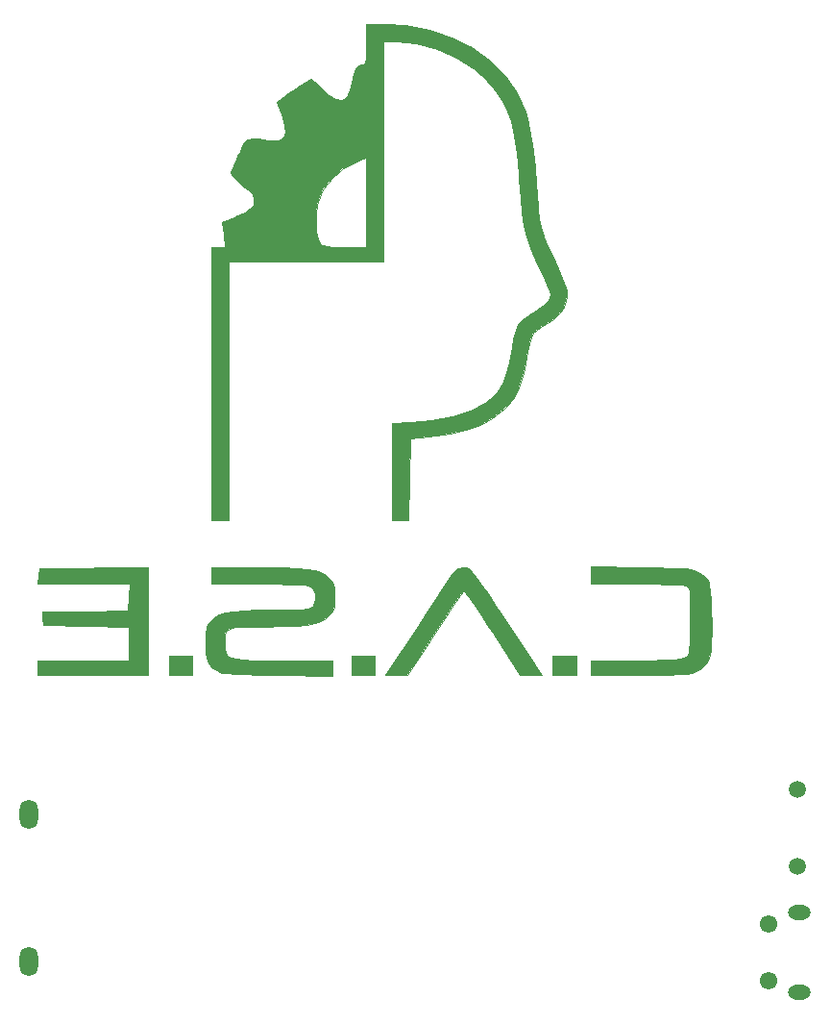
<source format=gbs>
%TF.GenerationSoftware,KiCad,Pcbnew,(5.1.6)-1*%
%TF.CreationDate,2020-12-04T21:40:30+01:00*%
%TF.ProjectId,case_julgran_LED,63617365-5f6a-4756-9c67-72616e5f4c45,rev?*%
%TF.SameCoordinates,Original*%
%TF.FileFunction,Soldermask,Bot*%
%TF.FilePolarity,Negative*%
%FSLAX46Y46*%
G04 Gerber Fmt 4.6, Leading zero omitted, Abs format (unit mm)*
G04 Created by KiCad (PCBNEW (5.1.6)-1) date 2020-12-04 21:40:30*
%MOMM*%
%LPD*%
G01*
G04 APERTURE LIST*
%ADD10C,0.010000*%
%ADD11O,1.624000X2.600000*%
%ADD12C,1.550000*%
%ADD13O,2.000000X1.300000*%
%ADD14C,1.500000*%
G04 APERTURE END LIST*
D10*
%TO.C,G\u002A\u002A\u002A*%
G36*
X93850000Y-82557353D02*
G01*
X98029337Y-82557353D01*
X99445687Y-82561773D01*
X100530650Y-82576684D01*
X101326281Y-82604560D01*
X101874637Y-82647877D01*
X102217773Y-82709110D01*
X102397746Y-82790734D01*
X102423289Y-82815946D01*
X102516671Y-83110985D01*
X102574164Y-83736629D01*
X102596502Y-84706981D01*
X102586230Y-85938983D01*
X102564874Y-87029334D01*
X102539871Y-87805846D01*
X102501247Y-88328155D01*
X102439027Y-88655897D01*
X102343235Y-88848710D01*
X102203898Y-88966228D01*
X102067647Y-89039401D01*
X101741994Y-89130142D01*
X101152935Y-89197833D01*
X100272197Y-89244029D01*
X99071510Y-89270284D01*
X97725367Y-89278129D01*
X93850000Y-89280882D01*
X93850000Y-90588235D01*
X98005515Y-90580037D01*
X99531736Y-90569833D01*
X100727367Y-90544362D01*
X101635125Y-90501246D01*
X102297728Y-90438105D01*
X102757893Y-90352558D01*
X102908088Y-90306906D01*
X103612433Y-89960531D01*
X104065184Y-89468070D01*
X104328395Y-88744321D01*
X104411702Y-88242347D01*
X104455820Y-87643789D01*
X104474497Y-86830472D01*
X104470490Y-85889119D01*
X104446552Y-84906451D01*
X104405441Y-83969192D01*
X104349912Y-83164062D01*
X104282720Y-82577785D01*
X104223761Y-82327676D01*
X103983717Y-82029481D01*
X103554395Y-81680312D01*
X103403160Y-81580617D01*
X103170154Y-81446166D01*
X102924016Y-81342486D01*
X102613279Y-81264647D01*
X102186478Y-81207720D01*
X101592148Y-81166776D01*
X100778823Y-81136887D01*
X99695037Y-81113124D01*
X98289325Y-81090557D01*
X98285662Y-81090502D01*
X93850000Y-81024388D01*
X93850000Y-82557353D01*
G37*
X93850000Y-82557353D02*
X98029337Y-82557353D01*
X99445687Y-82561773D01*
X100530650Y-82576684D01*
X101326281Y-82604560D01*
X101874637Y-82647877D01*
X102217773Y-82709110D01*
X102397746Y-82790734D01*
X102423289Y-82815946D01*
X102516671Y-83110985D01*
X102574164Y-83736629D01*
X102596502Y-84706981D01*
X102586230Y-85938983D01*
X102564874Y-87029334D01*
X102539871Y-87805846D01*
X102501247Y-88328155D01*
X102439027Y-88655897D01*
X102343235Y-88848710D01*
X102203898Y-88966228D01*
X102067647Y-89039401D01*
X101741994Y-89130142D01*
X101152935Y-89197833D01*
X100272197Y-89244029D01*
X99071510Y-89270284D01*
X97725367Y-89278129D01*
X93850000Y-89280882D01*
X93850000Y-90588235D01*
X98005515Y-90580037D01*
X99531736Y-90569833D01*
X100727367Y-90544362D01*
X101635125Y-90501246D01*
X102297728Y-90438105D01*
X102757893Y-90352558D01*
X102908088Y-90306906D01*
X103612433Y-89960531D01*
X104065184Y-89468070D01*
X104328395Y-88744321D01*
X104411702Y-88242347D01*
X104455820Y-87643789D01*
X104474497Y-86830472D01*
X104470490Y-85889119D01*
X104446552Y-84906451D01*
X104405441Y-83969192D01*
X104349912Y-83164062D01*
X104282720Y-82577785D01*
X104223761Y-82327676D01*
X103983717Y-82029481D01*
X103554395Y-81680312D01*
X103403160Y-81580617D01*
X103170154Y-81446166D01*
X102924016Y-81342486D01*
X102613279Y-81264647D01*
X102186478Y-81207720D01*
X101592148Y-81166776D01*
X100778823Y-81136887D01*
X99695037Y-81113124D01*
X98289325Y-81090557D01*
X98285662Y-81090502D01*
X93850000Y-81024388D01*
X93850000Y-82557353D01*
G36*
X90488235Y-90588235D02*
G01*
X92542647Y-90588235D01*
X92542647Y-88907353D01*
X90488235Y-88907353D01*
X90488235Y-90588235D01*
G37*
X90488235Y-90588235D02*
X92542647Y-90588235D01*
X92542647Y-88907353D01*
X90488235Y-88907353D01*
X90488235Y-90588235D01*
G36*
X82175071Y-81174666D02*
G01*
X81852043Y-81390073D01*
X81676974Y-81627182D01*
X81326942Y-82133876D01*
X80831029Y-82866864D01*
X80218316Y-83782859D01*
X79517885Y-84838571D01*
X78758819Y-85990710D01*
X78652587Y-86152573D01*
X75742805Y-90588235D01*
X76718829Y-90587872D01*
X77694853Y-90587508D01*
X80091304Y-86852577D01*
X80768532Y-85804985D01*
X81382040Y-84870956D01*
X81902538Y-84093865D01*
X82300735Y-83517089D01*
X82547342Y-83184005D01*
X82612628Y-83118725D01*
X82744907Y-83269064D01*
X83049330Y-83690648D01*
X83496440Y-84340267D01*
X84056777Y-85174712D01*
X84700884Y-86150773D01*
X85159168Y-86854019D01*
X87580837Y-90588235D01*
X89558006Y-90588235D01*
X86379412Y-85825735D01*
X85476451Y-84476378D01*
X84753339Y-83407166D01*
X84185027Y-82585929D01*
X83746466Y-81980495D01*
X83412607Y-81558695D01*
X83158402Y-81288355D01*
X82958803Y-81137307D01*
X82788760Y-81073379D01*
X82671266Y-81063235D01*
X82175071Y-81174666D01*
G37*
X82175071Y-81174666D02*
X81852043Y-81390073D01*
X81676974Y-81627182D01*
X81326942Y-82133876D01*
X80831029Y-82866864D01*
X80218316Y-83782859D01*
X79517885Y-84838571D01*
X78758819Y-85990710D01*
X78652587Y-86152573D01*
X75742805Y-90588235D01*
X76718829Y-90587872D01*
X77694853Y-90587508D01*
X80091304Y-86852577D01*
X80768532Y-85804985D01*
X81382040Y-84870956D01*
X81902538Y-84093865D01*
X82300735Y-83517089D01*
X82547342Y-83184005D01*
X82612628Y-83118725D01*
X82744907Y-83269064D01*
X83049330Y-83690648D01*
X83496440Y-84340267D01*
X84056777Y-85174712D01*
X84700884Y-86150773D01*
X85159168Y-86854019D01*
X87580837Y-90588235D01*
X89558006Y-90588235D01*
X86379412Y-85825735D01*
X85476451Y-84476378D01*
X84753339Y-83407166D01*
X84185027Y-82585929D01*
X83746466Y-81980495D01*
X83412607Y-81558695D01*
X83158402Y-81288355D01*
X82958803Y-81137307D01*
X82788760Y-81073379D01*
X82671266Y-81063235D01*
X82175071Y-81174666D01*
G36*
X72745588Y-90588235D02*
G01*
X74800000Y-90588235D01*
X74800000Y-88907353D01*
X72745588Y-88907353D01*
X72745588Y-90588235D01*
G37*
X72745588Y-90588235D02*
X74800000Y-90588235D01*
X74800000Y-88907353D01*
X72745588Y-88907353D01*
X72745588Y-90588235D01*
G36*
X60419117Y-82557353D02*
G01*
X64701365Y-82557353D01*
X66107118Y-82560605D01*
X67185623Y-82572340D01*
X67983124Y-82595524D01*
X68545861Y-82633121D01*
X68920076Y-82688099D01*
X69152012Y-82763424D01*
X69277101Y-82850840D01*
X69525363Y-83335474D01*
X69538640Y-83957134D01*
X69377252Y-84437278D01*
X69281605Y-84570091D01*
X69121729Y-84665776D01*
X68841955Y-84730361D01*
X68386616Y-84769874D01*
X67700043Y-84790342D01*
X66726566Y-84797795D01*
X66040979Y-84798529D01*
X64485841Y-84811343D01*
X63255648Y-84855055D01*
X62302527Y-84937568D01*
X61578601Y-85066787D01*
X61035996Y-85250616D01*
X60626837Y-85496959D01*
X60372426Y-85734405D01*
X60094293Y-86082737D01*
X59939089Y-86439962D01*
X59872179Y-86931497D01*
X59858823Y-87594158D01*
X59912197Y-88610786D01*
X60091141Y-89338647D01*
X60423891Y-89849601D01*
X60875698Y-90182021D01*
X61103770Y-90280617D01*
X61417445Y-90358478D01*
X61863001Y-90418795D01*
X62486715Y-90464761D01*
X63334863Y-90499565D01*
X64453725Y-90526401D01*
X65889577Y-90548458D01*
X66255515Y-90553022D01*
X71064706Y-90611191D01*
X71064706Y-89280882D01*
X66815809Y-89278129D01*
X65295531Y-89273989D01*
X64107043Y-89256608D01*
X63208610Y-89215237D01*
X62558500Y-89139129D01*
X62114981Y-89017534D01*
X61836320Y-88839706D01*
X61680785Y-88594896D01*
X61606642Y-88272355D01*
X61576423Y-87928742D01*
X61548306Y-87364364D01*
X61579230Y-86947467D01*
X61716876Y-86655715D01*
X62008929Y-86466774D01*
X62503070Y-86358308D01*
X63246983Y-86307982D01*
X64288350Y-86293463D01*
X65069315Y-86292647D01*
X66624453Y-86279833D01*
X67854646Y-86236121D01*
X68807767Y-86153608D01*
X69531693Y-86024389D01*
X70074298Y-85840560D01*
X70483457Y-85594217D01*
X70737867Y-85356771D01*
X71038733Y-84968464D01*
X71193833Y-84559699D01*
X71248012Y-83983898D01*
X71251470Y-83677941D01*
X71224600Y-82994633D01*
X71114044Y-82535644D01*
X70874885Y-82153781D01*
X70737867Y-81994874D01*
X70435153Y-81722154D01*
X70046280Y-81506486D01*
X69527927Y-81341702D01*
X68836773Y-81221635D01*
X67929497Y-81140118D01*
X66762777Y-81090985D01*
X65293294Y-81068068D01*
X64201103Y-81064317D01*
X60419117Y-81063235D01*
X60419117Y-82557353D01*
G37*
X60419117Y-82557353D02*
X64701365Y-82557353D01*
X66107118Y-82560605D01*
X67185623Y-82572340D01*
X67983124Y-82595524D01*
X68545861Y-82633121D01*
X68920076Y-82688099D01*
X69152012Y-82763424D01*
X69277101Y-82850840D01*
X69525363Y-83335474D01*
X69538640Y-83957134D01*
X69377252Y-84437278D01*
X69281605Y-84570091D01*
X69121729Y-84665776D01*
X68841955Y-84730361D01*
X68386616Y-84769874D01*
X67700043Y-84790342D01*
X66726566Y-84797795D01*
X66040979Y-84798529D01*
X64485841Y-84811343D01*
X63255648Y-84855055D01*
X62302527Y-84937568D01*
X61578601Y-85066787D01*
X61035996Y-85250616D01*
X60626837Y-85496959D01*
X60372426Y-85734405D01*
X60094293Y-86082737D01*
X59939089Y-86439962D01*
X59872179Y-86931497D01*
X59858823Y-87594158D01*
X59912197Y-88610786D01*
X60091141Y-89338647D01*
X60423891Y-89849601D01*
X60875698Y-90182021D01*
X61103770Y-90280617D01*
X61417445Y-90358478D01*
X61863001Y-90418795D01*
X62486715Y-90464761D01*
X63334863Y-90499565D01*
X64453725Y-90526401D01*
X65889577Y-90548458D01*
X66255515Y-90553022D01*
X71064706Y-90611191D01*
X71064706Y-89280882D01*
X66815809Y-89278129D01*
X65295531Y-89273989D01*
X64107043Y-89256608D01*
X63208610Y-89215237D01*
X62558500Y-89139129D01*
X62114981Y-89017534D01*
X61836320Y-88839706D01*
X61680785Y-88594896D01*
X61606642Y-88272355D01*
X61576423Y-87928742D01*
X61548306Y-87364364D01*
X61579230Y-86947467D01*
X61716876Y-86655715D01*
X62008929Y-86466774D01*
X62503070Y-86358308D01*
X63246983Y-86307982D01*
X64288350Y-86293463D01*
X65069315Y-86292647D01*
X66624453Y-86279833D01*
X67854646Y-86236121D01*
X68807767Y-86153608D01*
X69531693Y-86024389D01*
X70074298Y-85840560D01*
X70483457Y-85594217D01*
X70737867Y-85356771D01*
X71038733Y-84968464D01*
X71193833Y-84559699D01*
X71248012Y-83983898D01*
X71251470Y-83677941D01*
X71224600Y-82994633D01*
X71114044Y-82535644D01*
X70874885Y-82153781D01*
X70737867Y-81994874D01*
X70435153Y-81722154D01*
X70046280Y-81506486D01*
X69527927Y-81341702D01*
X68836773Y-81221635D01*
X67929497Y-81140118D01*
X66762777Y-81090985D01*
X65293294Y-81068068D01*
X64201103Y-81064317D01*
X60419117Y-81063235D01*
X60419117Y-82557353D01*
G36*
X56683823Y-90588235D02*
G01*
X58738235Y-90588235D01*
X58738235Y-88907353D01*
X56683823Y-88907353D01*
X56683823Y-90588235D01*
G37*
X56683823Y-90588235D02*
X58738235Y-90588235D01*
X58738235Y-88907353D01*
X56683823Y-88907353D01*
X56683823Y-90588235D01*
G36*
X45197794Y-81156617D02*
G01*
X45139829Y-81856985D01*
X45081863Y-82557353D01*
X53153118Y-82557353D01*
X53041912Y-84891911D01*
X49248384Y-84942506D01*
X45454857Y-84993101D01*
X45513090Y-85596183D01*
X45571323Y-86199264D01*
X49353309Y-86249823D01*
X53135294Y-86300381D01*
X53135294Y-89280882D01*
X45104412Y-89280882D01*
X45104412Y-90588235D01*
X54816176Y-90588235D01*
X54816176Y-81056929D01*
X45197794Y-81156617D01*
G37*
X45197794Y-81156617D02*
X45139829Y-81856985D01*
X45081863Y-82557353D01*
X53153118Y-82557353D01*
X53041912Y-84891911D01*
X49248384Y-84942506D01*
X45454857Y-84993101D01*
X45513090Y-85596183D01*
X45571323Y-86199264D01*
X49353309Y-86249823D01*
X53135294Y-86300381D01*
X53135294Y-89280882D01*
X45104412Y-89280882D01*
X45104412Y-90588235D01*
X54816176Y-90588235D01*
X54816176Y-81056929D01*
X45197794Y-81156617D01*
G36*
X74052941Y-35025735D02*
G01*
X74046522Y-35852540D01*
X74018214Y-36374609D01*
X73954438Y-36660643D01*
X73841618Y-36779342D01*
X73702280Y-36800000D01*
X73320991Y-36904091D01*
X73057204Y-37254024D01*
X72873592Y-37906292D01*
X72838398Y-38107353D01*
X72612783Y-39077645D01*
X72298525Y-39687150D01*
X71879201Y-39941563D01*
X71338390Y-39846578D01*
X70659669Y-39407889D01*
X70215852Y-39016702D01*
X69202594Y-38058404D01*
X68219312Y-38657314D01*
X67584079Y-39061838D01*
X66994573Y-39466212D01*
X66700657Y-39686676D01*
X66165286Y-40117129D01*
X66560584Y-41173659D01*
X66865260Y-42133864D01*
X66940682Y-42816561D01*
X66772844Y-43249516D01*
X66347742Y-43460495D01*
X65651371Y-43477262D01*
X65411579Y-43451659D01*
X64563987Y-43343524D01*
X64000125Y-43303608D01*
X63631221Y-43372499D01*
X63368499Y-43590784D01*
X63123184Y-43999052D01*
X62806502Y-44637890D01*
X62803403Y-44644117D01*
X62480158Y-45327548D01*
X62235667Y-45909389D01*
X62110955Y-46289762D01*
X62103035Y-46349252D01*
X62241954Y-46608456D01*
X62609131Y-46995830D01*
X63125191Y-47427677D01*
X63127206Y-47429199D01*
X63706179Y-47900155D01*
X64024979Y-48263839D01*
X64146693Y-48600142D01*
X64154412Y-48730045D01*
X64080334Y-49156914D01*
X63819751Y-49511784D01*
X63315139Y-49844790D01*
X62508975Y-50206068D01*
X62420318Y-50241424D01*
X61339900Y-50669264D01*
X61463927Y-51765514D01*
X61587953Y-52861764D01*
X60419117Y-52861764D01*
X60419117Y-76954411D01*
X61913235Y-76954411D01*
X61913235Y-54169117D01*
X75547059Y-54169117D01*
X75547059Y-52861764D01*
X74052941Y-52861764D01*
X72114780Y-52861764D01*
X71193246Y-52850416D01*
X70574682Y-52809908D01*
X70189036Y-52730545D01*
X69966257Y-52602631D01*
X69925105Y-52558709D01*
X69764299Y-52170460D01*
X69653835Y-51525593D01*
X69599245Y-50738321D01*
X69606059Y-49922859D01*
X69679808Y-49193419D01*
X69747146Y-48883515D01*
X70238615Y-47769088D01*
X71022652Y-46750441D01*
X72018655Y-45906985D01*
X73146023Y-45318129D01*
X73476909Y-45208925D01*
X74052941Y-45043721D01*
X74052941Y-52861764D01*
X75547059Y-52861764D01*
X75547059Y-34745588D01*
X76637772Y-34745588D01*
X78438847Y-34920045D01*
X80251228Y-35419588D01*
X81989639Y-36208479D01*
X83568802Y-37250977D01*
X84434996Y-38013444D01*
X85232472Y-38874931D01*
X85876182Y-39756757D01*
X86385537Y-40715345D01*
X86779945Y-41807115D01*
X87078815Y-43088488D01*
X87301556Y-44615886D01*
X87467577Y-46445728D01*
X87500374Y-46924412D01*
X87619159Y-48537802D01*
X87757081Y-49863042D01*
X87935661Y-50985501D01*
X88176427Y-51990550D01*
X88500900Y-52963560D01*
X88930607Y-53989901D01*
X89487070Y-55154944D01*
X89665412Y-55511455D01*
X89974928Y-56170044D01*
X90201205Y-56735342D01*
X90300229Y-57096034D01*
X90301470Y-57120134D01*
X90131318Y-57554183D01*
X89615349Y-58057341D01*
X88745294Y-58637375D01*
X88589890Y-58727956D01*
X87960066Y-59144179D01*
X87516791Y-59601649D01*
X87210026Y-60188804D01*
X86989728Y-60994079D01*
X86849833Y-61803111D01*
X86642110Y-63035251D01*
X86422148Y-63974942D01*
X86161306Y-64702905D01*
X85830941Y-65299859D01*
X85423588Y-65822578D01*
X84502891Y-66610619D01*
X83253972Y-67253097D01*
X81671989Y-67751623D01*
X79752101Y-68107810D01*
X78021691Y-68287503D01*
X76294117Y-68416829D01*
X76294117Y-76954411D01*
X77780170Y-76954411D01*
X77830894Y-73365801D01*
X77881617Y-69777190D01*
X79562500Y-69568271D01*
X81357401Y-69296126D01*
X82840183Y-68955283D01*
X84069240Y-68524405D01*
X85102966Y-67982157D01*
X85999756Y-67307206D01*
X86166895Y-67155279D01*
X86948528Y-66270118D01*
X87517486Y-65244835D01*
X87913241Y-63996032D01*
X88083956Y-63104902D01*
X88250977Y-62066203D01*
X88396491Y-61323870D01*
X88557477Y-60805348D01*
X88770913Y-60438081D01*
X89073777Y-60149512D01*
X89503047Y-59867086D01*
X89833377Y-59672320D01*
X90562382Y-59202861D01*
X91043474Y-58767389D01*
X91378632Y-58269128D01*
X91439833Y-58147841D01*
X91643396Y-57651172D01*
X91730058Y-57177824D01*
X91686183Y-56657203D01*
X91498137Y-56018715D01*
X91152285Y-55191766D01*
X90674855Y-54187166D01*
X90165675Y-53110020D01*
X89783155Y-52188264D01*
X89503872Y-51326344D01*
X89304400Y-50428706D01*
X89161313Y-49399794D01*
X89051186Y-48144055D01*
X88997660Y-47345715D01*
X88885628Y-45751723D01*
X88763969Y-44454530D01*
X88621157Y-43377409D01*
X88445665Y-42443632D01*
X88225963Y-41576475D01*
X88039247Y-40966637D01*
X87304224Y-39292955D01*
X86256612Y-37779461D01*
X84930589Y-36447497D01*
X83360329Y-35318400D01*
X81580008Y-34413511D01*
X79623803Y-33754170D01*
X77525888Y-33361715D01*
X75687132Y-33253924D01*
X74052941Y-33251470D01*
X74052941Y-35025735D01*
G37*
X74052941Y-35025735D02*
X74046522Y-35852540D01*
X74018214Y-36374609D01*
X73954438Y-36660643D01*
X73841618Y-36779342D01*
X73702280Y-36800000D01*
X73320991Y-36904091D01*
X73057204Y-37254024D01*
X72873592Y-37906292D01*
X72838398Y-38107353D01*
X72612783Y-39077645D01*
X72298525Y-39687150D01*
X71879201Y-39941563D01*
X71338390Y-39846578D01*
X70659669Y-39407889D01*
X70215852Y-39016702D01*
X69202594Y-38058404D01*
X68219312Y-38657314D01*
X67584079Y-39061838D01*
X66994573Y-39466212D01*
X66700657Y-39686676D01*
X66165286Y-40117129D01*
X66560584Y-41173659D01*
X66865260Y-42133864D01*
X66940682Y-42816561D01*
X66772844Y-43249516D01*
X66347742Y-43460495D01*
X65651371Y-43477262D01*
X65411579Y-43451659D01*
X64563987Y-43343524D01*
X64000125Y-43303608D01*
X63631221Y-43372499D01*
X63368499Y-43590784D01*
X63123184Y-43999052D01*
X62806502Y-44637890D01*
X62803403Y-44644117D01*
X62480158Y-45327548D01*
X62235667Y-45909389D01*
X62110955Y-46289762D01*
X62103035Y-46349252D01*
X62241954Y-46608456D01*
X62609131Y-46995830D01*
X63125191Y-47427677D01*
X63127206Y-47429199D01*
X63706179Y-47900155D01*
X64024979Y-48263839D01*
X64146693Y-48600142D01*
X64154412Y-48730045D01*
X64080334Y-49156914D01*
X63819751Y-49511784D01*
X63315139Y-49844790D01*
X62508975Y-50206068D01*
X62420318Y-50241424D01*
X61339900Y-50669264D01*
X61463927Y-51765514D01*
X61587953Y-52861764D01*
X60419117Y-52861764D01*
X60419117Y-76954411D01*
X61913235Y-76954411D01*
X61913235Y-54169117D01*
X75547059Y-54169117D01*
X75547059Y-52861764D01*
X74052941Y-52861764D01*
X72114780Y-52861764D01*
X71193246Y-52850416D01*
X70574682Y-52809908D01*
X70189036Y-52730545D01*
X69966257Y-52602631D01*
X69925105Y-52558709D01*
X69764299Y-52170460D01*
X69653835Y-51525593D01*
X69599245Y-50738321D01*
X69606059Y-49922859D01*
X69679808Y-49193419D01*
X69747146Y-48883515D01*
X70238615Y-47769088D01*
X71022652Y-46750441D01*
X72018655Y-45906985D01*
X73146023Y-45318129D01*
X73476909Y-45208925D01*
X74052941Y-45043721D01*
X74052941Y-52861764D01*
X75547059Y-52861764D01*
X75547059Y-34745588D01*
X76637772Y-34745588D01*
X78438847Y-34920045D01*
X80251228Y-35419588D01*
X81989639Y-36208479D01*
X83568802Y-37250977D01*
X84434996Y-38013444D01*
X85232472Y-38874931D01*
X85876182Y-39756757D01*
X86385537Y-40715345D01*
X86779945Y-41807115D01*
X87078815Y-43088488D01*
X87301556Y-44615886D01*
X87467577Y-46445728D01*
X87500374Y-46924412D01*
X87619159Y-48537802D01*
X87757081Y-49863042D01*
X87935661Y-50985501D01*
X88176427Y-51990550D01*
X88500900Y-52963560D01*
X88930607Y-53989901D01*
X89487070Y-55154944D01*
X89665412Y-55511455D01*
X89974928Y-56170044D01*
X90201205Y-56735342D01*
X90300229Y-57096034D01*
X90301470Y-57120134D01*
X90131318Y-57554183D01*
X89615349Y-58057341D01*
X88745294Y-58637375D01*
X88589890Y-58727956D01*
X87960066Y-59144179D01*
X87516791Y-59601649D01*
X87210026Y-60188804D01*
X86989728Y-60994079D01*
X86849833Y-61803111D01*
X86642110Y-63035251D01*
X86422148Y-63974942D01*
X86161306Y-64702905D01*
X85830941Y-65299859D01*
X85423588Y-65822578D01*
X84502891Y-66610619D01*
X83253972Y-67253097D01*
X81671989Y-67751623D01*
X79752101Y-68107810D01*
X78021691Y-68287503D01*
X76294117Y-68416829D01*
X76294117Y-76954411D01*
X77780170Y-76954411D01*
X77830894Y-73365801D01*
X77881617Y-69777190D01*
X79562500Y-69568271D01*
X81357401Y-69296126D01*
X82840183Y-68955283D01*
X84069240Y-68524405D01*
X85102966Y-67982157D01*
X85999756Y-67307206D01*
X86166895Y-67155279D01*
X86948528Y-66270118D01*
X87517486Y-65244835D01*
X87913241Y-63996032D01*
X88083956Y-63104902D01*
X88250977Y-62066203D01*
X88396491Y-61323870D01*
X88557477Y-60805348D01*
X88770913Y-60438081D01*
X89073777Y-60149512D01*
X89503047Y-59867086D01*
X89833377Y-59672320D01*
X90562382Y-59202861D01*
X91043474Y-58767389D01*
X91378632Y-58269128D01*
X91439833Y-58147841D01*
X91643396Y-57651172D01*
X91730058Y-57177824D01*
X91686183Y-56657203D01*
X91498137Y-56018715D01*
X91152285Y-55191766D01*
X90674855Y-54187166D01*
X90165675Y-53110020D01*
X89783155Y-52188264D01*
X89503872Y-51326344D01*
X89304400Y-50428706D01*
X89161313Y-49399794D01*
X89051186Y-48144055D01*
X88997660Y-47345715D01*
X88885628Y-45751723D01*
X88763969Y-44454530D01*
X88621157Y-43377409D01*
X88445665Y-42443632D01*
X88225963Y-41576475D01*
X88039247Y-40966637D01*
X87304224Y-39292955D01*
X86256612Y-37779461D01*
X84930589Y-36447497D01*
X83360329Y-35318400D01*
X81580008Y-34413511D01*
X79623803Y-33754170D01*
X77525888Y-33361715D01*
X75687132Y-33253924D01*
X74052941Y-33251470D01*
X74052941Y-35025735D01*
%TD*%
D11*
%TO.C,J1*%
X44320000Y-115800000D03*
X44320000Y-102800000D03*
%TD*%
D12*
%TO.C,J2*%
X109537500Y-117500000D03*
X109537500Y-112500000D03*
D13*
X112237500Y-118500000D03*
X112237500Y-111500000D03*
%TD*%
D14*
%TO.C,S1*%
X112000000Y-107400000D03*
X112000000Y-100600000D03*
%TD*%
M02*

</source>
